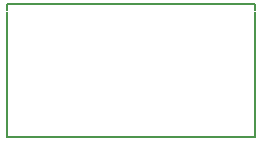
<source format=gbr>
G04 #@! TF.FileFunction,Profile,NP*
%FSLAX46Y46*%
G04 Gerber Fmt 4.6, Leading zero omitted, Abs format (unit mm)*
G04 Created by KiCad (PCBNEW 4.0.4-stable) date Tuesday, 29 November 2016 'AMt' 10:24:56 AM*
%MOMM*%
%LPD*%
G01*
G04 APERTURE LIST*
%ADD10C,0.100000*%
%ADD11C,0.150000*%
G04 APERTURE END LIST*
D10*
D11*
X90800000Y-119800000D02*
X90800000Y-120300000D01*
X111800000Y-119800000D02*
X90800000Y-119800000D01*
X111800000Y-120300000D02*
X111800000Y-119800000D01*
X90800000Y-120400000D02*
X90800000Y-127700000D01*
X111800000Y-127600000D02*
X111800000Y-120400000D01*
X90800000Y-131000000D02*
X90800000Y-127700000D01*
X92500000Y-131000000D02*
X90800000Y-131000000D01*
X111800000Y-131000000D02*
X111800000Y-127600000D01*
X110500000Y-131000000D02*
X111800000Y-131000000D01*
X110500000Y-131000000D02*
X92500000Y-131000000D01*
M02*

</source>
